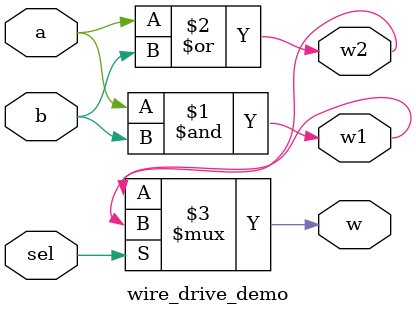
<source format=v>
module wire_drive_demo (
    input  a,
    input b,
    input sel,
    output w,
    output w1,
    output w2
);
  wire w1, w2;
  assign w1 = a & b;
  assign w2 = a | b;
  assign w  = sel ? w1 : w2;
endmodule



</source>
